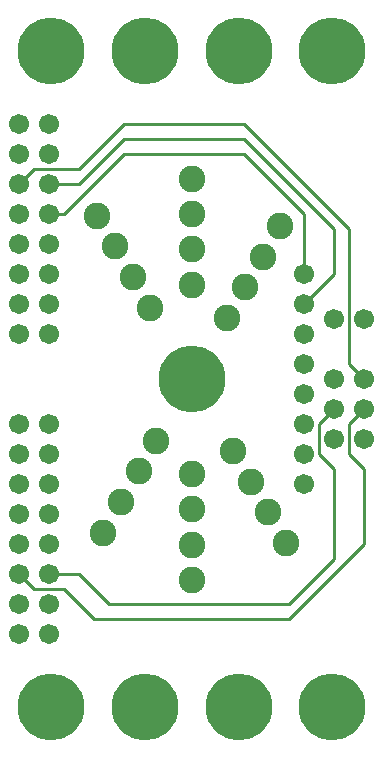
<source format=gbl>
%MOIN*%
%FSLAX25Y25*%
G04 D10 used for Character Trace; *
G04     Circle (OD=.01000) (No hole)*
G04 D11 used for Power Trace; *
G04     Circle (OD=.06700) (No hole)*
G04 D12 used for Signal Trace; *
G04     Circle (OD=.01100) (No hole)*
G04 D13 used for Via; *
G04     Circle (OD=.05800) (Round. Hole ID=.02800)*
G04 D14 used for Component hole; *
G04     Circle (OD=.06500) (Round. Hole ID=.03500)*
G04 D15 used for Component hole; *
G04     Circle (OD=.06700) (Round. Hole ID=.04300)*
G04 D16 used for Component hole; *
G04     Circle (OD=.08100) (Round. Hole ID=.05100)*
G04 D17 used for Component hole; *
G04     Circle (OD=.08900) (Round. Hole ID=.05900)*
G04 D18 used for Component hole; *
G04     Circle (OD=.11300) (Round. Hole ID=.08300)*
G04 D19 used for Component hole; *
G04     Circle (OD=.16000) (Round. Hole ID=.13000)*
G04 D20 used for Component hole; *
G04     Circle (OD=.18300) (Round. Hole ID=.15300)*
G04 D21 used for Component hole; *
G04     Circle (OD=.22291) (Round. Hole ID=.19291)*
%ADD10C,.01000*%
%ADD11C,.06700*%
%ADD12C,.01100*%
%ADD13C,.05800*%
%ADD14C,.06500*%
%ADD15C,.06700*%
%ADD16C,.08100*%
%ADD17C,.08900*%
%ADD18C,.11300*%
%ADD19C,.16000*%
%ADD20C,.18300*%
%ADD21C,.22291*%
%IPPOS*%
%LPD*%
G90*X0Y0D02*D21*X15625Y15625D03*D15*              
X15000Y40000D03*X5000D03*D12*X95000Y45000D02*     
X30000D01*X120000Y70000D02*X95000Y45000D01*       
X120000Y95000D02*Y70000D01*X115000Y100000D02*     
X120000Y95000D01*X115000Y110000D02*Y100000D01*    
X120000Y115000D02*X115000Y110000D01*D15*          
X120000Y115000D03*X110000Y125000D03*Y105000D03*   
X120000Y125000D03*D12*X115000Y130000D01*          
Y175000D01*X80000Y210000D01*X40000D01*            
X25000Y195000D01*X10000D01*X5000Y190000D01*D15*   
D03*X15000Y180000D03*D12*X20000D01*               
X40000Y200000D01*X80000D01*X100000Y180000D01*     
Y160000D01*D15*D03*D12*Y150000D02*                
X110000Y160000D01*D15*X100000Y150000D03*D12*      
X110000Y160000D02*Y175000D01*X80000Y205000D01*    
X40000D01*X25000Y190000D01*X15000D01*D15*D03*     
X5000Y200000D03*Y180000D03*X15000Y200000D03*D17*  
X31004Y179553D03*X36909Y169324D03*D15*            
X5000Y170000D03*X15000Y210000D03*Y170000D03*      
X5000Y210000D03*D17*X42815Y159095D03*D15*         
X5000Y160000D03*X15000D03*X5000Y150000D03*        
X15000D03*D17*X48720Y148867D03*D21*               
X46875Y234375D03*X15625D03*D17*X62500Y156496D03*  
Y168307D03*Y180118D03*D15*X5000Y140000D03*D17*    
X62500Y191929D03*D15*X15000Y140000D03*D17*        
X74311Y145457D03*X80217Y155686D03*D21*            
X78125Y234375D03*X62500Y125000D03*D17*            
X86122Y165915D03*X92028Y176143D03*D15*            
X5000Y110000D03*X15000D03*X100000D03*Y120000D03*  
Y130000D03*Y140000D03*D17*X50689Y104543D03*D12*   
X105000Y110000D02*Y100000D01*X110000Y115000D02*   
X105000Y110000D01*D15*X110000Y115000D03*          
X120000Y105000D03*X100000Y100000D03*D12*          
X105000D02*X110000Y95000D01*Y65000D01*            
X95000Y50000D01*X35000D01*X25000Y60000D01*        
X15000D01*D15*D03*D12*X30000Y45000D02*            
X20000Y55000D01*X10000D01*X5000Y60000D01*D15*D03* 
X15000Y50000D03*Y70000D03*X5000D03*Y50000D03*     
X15000Y80000D03*X5000D03*X15000Y90000D03*X5000D03*
D17*X32972Y73857D03*X38878Y84085D03*D15*          
X15000Y100000D03*X5000D03*D17*X44783Y94314D03*D21*
X46875Y15625D03*D17*X62500Y58071D03*Y69882D03*    
Y81693D03*Y93504D03*X76280Y101133D03*D21*         
X78125Y15625D03*D17*X82185Y90905D03*              
X88091Y80676D03*X93996Y70447D03*D15*              
X100000Y90000D03*D21*X109375Y15625D03*D15*        
X110000Y145000D03*X120000D03*D21*                 
X109375Y234375D03*M02*                            

</source>
